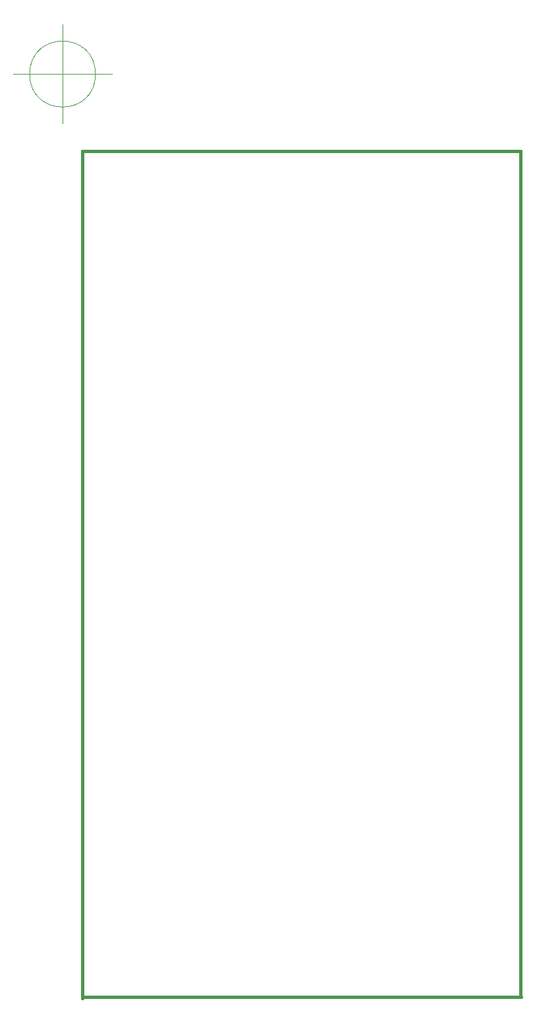
<source format=gm1>
G04 #@! TF.GenerationSoftware,KiCad,Pcbnew,(6.0.0-rc1-dev-209-g91e3d21d6)*
G04 #@! TF.CreationDate,2022-02-26T20:17:17+01:00*
G04 #@! TF.ProjectId,new_worm3,6E65775F776F726D332E6B696361645F,rev?*
G04 #@! TF.SameCoordinates,Original*
G04 #@! TF.FileFunction,Profile,NP*
%FSLAX46Y46*%
G04 Gerber Fmt 4.6, Leading zero omitted, Abs format (unit mm)*
G04 Created by KiCad (PCBNEW (6.0.0-rc1-dev-209-g91e3d21d6)) date Sat Feb 26 20:17:17 2022*
%MOMM*%
%LPD*%
G01*
G04 APERTURE LIST*
%ADD10C,0.381000*%
%ADD11C,0.099060*%
G04 APERTURE END LIST*
D10*
X118348760Y-167248840D02*
X174739300Y-167248840D01*
X174691040Y-58709560D02*
X174691040Y-167139620D01*
X118409720Y-58709560D02*
X174691040Y-58709560D01*
X118364000Y-167386000D02*
X118364000Y-58674000D01*
D11*
X120070033Y-48806100D02*
G75*
G03X120070033Y-48806100I-4233333J0D01*
G01*
X109486700Y-48806100D02*
X122186700Y-48806100D01*
X115836700Y-42456100D02*
X115836700Y-55156100D01*
M02*

</source>
